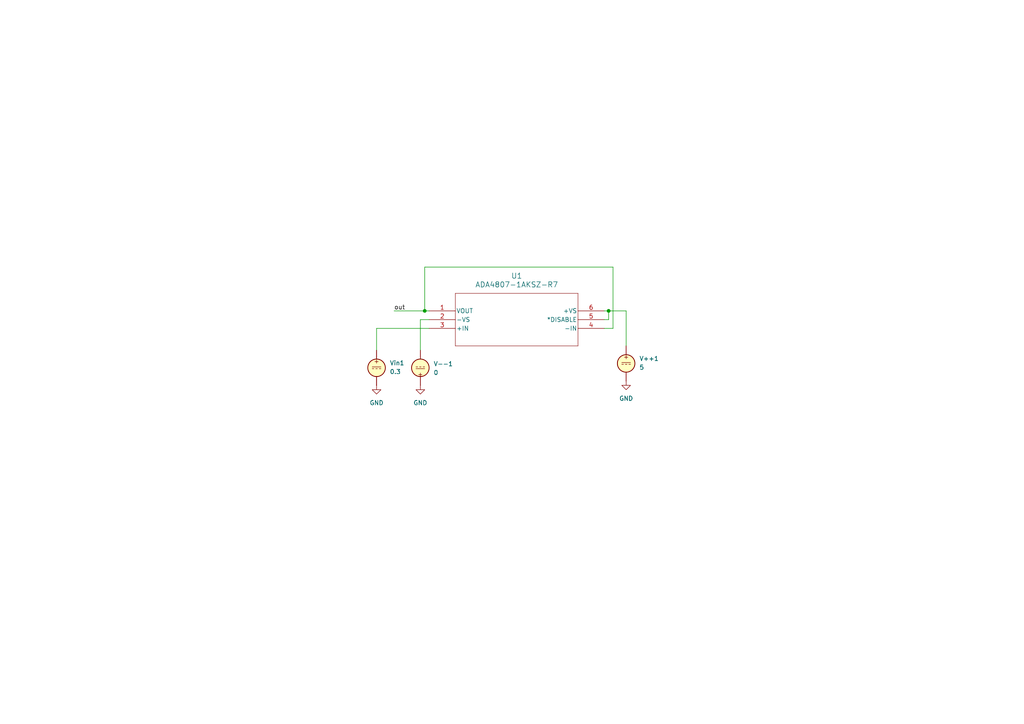
<source format=kicad_sch>
(kicad_sch (version 20231120) (generator "eeschema") (generator_version "8.0")
  (paper "A4")
  (lib_symbols
    (symbol "Opamp:ADA4807-1AKSZ-R7" (pin_names (offset 0.254))
      (property "Reference" "U" (at 25.4 10.16 0))
      (property "Value" "ADA4807-1AKSZ-R7" (at 25.4 7.62 0))
      (symbol "ADA4807-1AKSZ-R7_0_1"
        (polyline (pts (xy 7.62 -10.16) (xy 43.18 -10.16)) (stroke (width 0.127)))
        (polyline (pts (xy 7.62 5.08) (xy 7.62 -10.16)) (stroke (width 0.127)))
        (polyline (pts (xy 43.18 -10.16) (xy 43.18 5.08)) (stroke (width 0.127)))
        (polyline (pts (xy 43.18 5.08) (xy 7.62 5.08)) (stroke (width 0.127)))
        (pin power_in line (at 0 0 0) (length 7.62) (name "VOUT") (number "1"))
        (pin power_in line (at 0 -2.54 0) (length 7.62) (name "-VS") (number "2"))
        (pin input line (at 0 -5.08 0) (length 7.62) (name "+IN") (number "3"))
        (pin input line (at 50.8 -5.08 180) (length 7.62) (name "-IN") (number "4"))
        (pin unspecified line (at 50.8 -2.54 180) (length 7.62) (name "*DISABLE") (number "5"))
        (pin power_in line (at 50.8 0 180) (length 7.62) (name "+VS") (number "6"))
      )
    )
    (symbol "Simulation_SPICE:VDC" (pin_numbers hide) (pin_names (offset 0.0254))
      (property "Reference" "V" (at 2.54 2.54 0))
      (property "Value" "1" (at 2.54 0 0))
      (symbol "VDC_0_0"
        (polyline (pts (xy -1.27 0.254) (xy 1.27 0.254)))
        (polyline (pts (xy -0.762 -0.254) (xy -1.27 -0.254)))
        (polyline (pts (xy 0.254 -0.254) (xy -0.254 -0.254)))
        (polyline (pts (xy 1.27 -0.254) (xy 0.762 -0.254)))
        (text "+" (at 0 1.905 0) (effects (font (size 1.27 1.27))))
      )
      (symbol "VDC_0_1"
        (circle (center 0 0) (radius 2.54) (stroke (width 0.254)) (fill (type background)))
      )
      (symbol "VDC_1_1"
        (pin passive line (at 0 5.08 270) (length 2.54) (name "~") (number "1"))
        (pin passive line (at 0 -5.08 90) (length 2.54) (name "~") (number "2"))
      )
    )
    (symbol "power:GND" (power) (pin_numbers hide) (pin_names (offset 0) hide)
      (property "Value" "GND" (at 0 -3.81 0))
      (symbol "GND_0_1"
        (polyline (pts (xy 0 0) (xy 0 -1.27) (xy 1.27 -1.27) (xy 0 -2.54) (xy -1.27 -1.27) (xy 0 -1.27)))
      )
      (symbol "GND_1_1"
        (pin power_in line (at 0 0 270) (length 0) (name "~") (number "1"))
      )
    )
  )
  (junction (at 123.19 90.17))
  (junction (at 176.53 90.17))
  (wire (pts (xy 175.26 90.17) (xy 176.53 90.17)))
  (wire (pts (xy 121.92 101.6) (xy 121.92 92.71)))
  (wire (pts (xy 177.8 77.47) (xy 123.19 77.47)))
  (wire (pts (xy 177.8 95.25) (xy 177.8 77.47)))
  (wire (pts (xy 121.92 92.71) (xy 124.46 92.71)))
  (wire (pts (xy 181.61 90.17) (xy 181.61 100.33)))
  (wire (pts (xy 176.53 90.17) (xy 176.53 92.71)))
  (wire (pts (xy 114.3 90.17) (xy 123.19 90.17)))
  (wire (pts (xy 109.22 95.25) (xy 124.46 95.25)))
  (wire (pts (xy 176.53 90.17) (xy 181.61 90.17)))
  (wire (pts (xy 175.26 92.71) (xy 176.53 92.71)))
  (wire (pts (xy 123.19 77.47) (xy 123.19 90.17)))
  (wire (pts (xy 123.19 90.17) (xy 124.46 90.17)))
  (wire (pts (xy 175.26 95.25) (xy 177.8 95.25)))
  (wire (pts (xy 109.22 95.25) (xy 109.22 101.6)))
  (label "out" (at 114.3 90.17 0))
  (symbol (lib_id "power:GND") (at 109.22 111.76 0) (unit 1)
    (property "Reference" "#PWR01" (effects (hide yes)))
    (property "Value" "GND" (at 109.22 116.84 0))
    (property "Description" "Power symbol creates a global label with name \"GND\" , ground" (effects (hide yes)))
  )
  (symbol (lib_id "Simulation_SPICE:VDC") (at 181.61 105.41 0) (unit 1)
    (property "Reference" "V++1" (at 185.42 104.0101 0) (effects (justify left)))
    (property "Value" "5" (at 185.42 106.5501 0) (effects (justify left)))
    (property "Datasheet" "https://ngspice.sourceforge.io/docs/ngspice-html-manual/manual.xhtml#sec_Independent_Sources_for" (effects (hide yes)))
    (property "Description" "Voltage source, DC" (effects (hide yes)))
    (property "Sim.Pins" "1=+ 2=-" (effects (hide yes)))
    (property "Sim.Type" "DC" (effects (hide yes)))
    (property "Sim.Device" "V" (effects (hide yes)))
  )
  (symbol (lib_id "Simulation_SPICE:VDC") (at 121.92 106.68 180) (unit 1)
    (property "Reference" "V--1" (at 125.73 105.5397 0) (effects (justify right)))
    (property "Value" "0" (at 125.73 108.0797 0) (effects (justify right)))
    (property "Datasheet" "https://ngspice.sourceforge.io/docs/ngspice-html-manual/manual.xhtml#sec_Independent_Sources_for" (effects (hide yes)))
    (property "Description" "Voltage source, DC" (effects (hide yes)))
    (property "Sim.Pins" "1=+ 2=-" (effects (hide yes)))
    (property "Sim.Type" "DC" (effects (hide yes)))
    (property "Sim.Device" "V" (effects (hide yes)))
  )
  (symbol (lib_id "Simulation_SPICE:VDC") (at 109.22 106.68 0) (unit 1)
    (property "Reference" "Vin1" (at 113.03 105.2801 0) (effects (justify left)))
    (property "Value" "0.3" (at 113.03 107.8201 0) (effects (justify left)))
    (property "Datasheet" "https://ngspice.sourceforge.io/docs/ngspice-html-manual/manual.xhtml#sec_Independent_Sources_for" (effects (hide yes)))
    (property "Description" "Voltage source, DC" (effects (hide yes)))
    (property "Sim.Pins" "1=+ 2=-" (effects (hide yes)))
    (property "Sim.Type" "DC" (effects (hide yes)))
    (property "Sim.Device" "V" (effects (hide yes)))
  )
  (symbol (lib_id "power:GND") (at 121.92 111.76 0) (unit 1)
    (property "Reference" "#PWR02" (effects (hide yes)))
    (property "Value" "GND" (at 121.92 116.84 0))
    (property "Description" "Power symbol creates a global label with name \"GND\" , ground" (effects (hide yes)))
  )
  (symbol (lib_id "Opamp:ADA4807-1AKSZ-R7") (at 124.46 90.17 0) (unit 1)
    (property "Reference" "U1" (at 149.86 80.01 0) (effects (font (size 1.524 1.524))))
    (property "Value" "ADA4807-1AKSZ-R7" (at 149.86 82.55 0) (effects (font (size 1.524 1.524))))
    (property "Footprint" "KS-6_ADI" (effects (hide yes)))
    (property "Datasheet" "ADA4807-1AKSZ-R7" (effects (hide yes)))
    (property "Sim.Library" "/home/maxwell/github-repos/sp-24-EE628/6_Test/2_PCB/test_board_1/TestBoardEDA/models/ADA4807.cir" (effects (hide yes)))
    (property "Sim.Name" "ADA4807" (effects (hide yes)))
    (property "Sim.Device" "SUBCKT" (effects (hide yes)))
    (property "Sim.Pins" "1=104 2=103 3=100 4=101 5=106 6=102" (effects (hide yes)))
  )
  (symbol (lib_id "power:GND") (at 181.61 110.49 0) (unit 1)
    (property "Reference" "#PWR03" (effects (hide yes)))
    (property "Value" "GND" (at 181.61 115.57 0))
    (property "Description" "Power symbol creates a global label with name \"GND\" , ground" (effects (hide yes)))
  )
)
</source>
